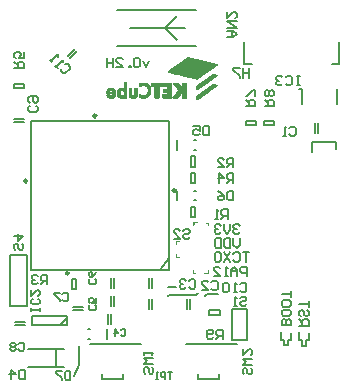
<source format=gbo>
G04*
G04 #@! TF.GenerationSoftware,Altium Limited,Altium Designer,20.2.6 (244)*
G04*
G04 Layer_Color=32896*
%FSLAX25Y25*%
%MOIN*%
G70*
G04*
G04 #@! TF.SameCoordinates,A3B400B8-C857-4583-85C6-9FA4B9C7ABCD*
G04*
G04*
G04 #@! TF.FilePolarity,Positive*
G04*
G01*
G75*
%ADD10C,0.00787*%
%ADD11C,0.00591*%
%ADD12C,0.00800*%
%ADD13C,0.00100*%
%ADD14C,0.00709*%
%ADD98C,0.00984*%
%ADD99C,0.00500*%
%ADD100C,0.00394*%
%ADD101C,0.00630*%
%ADD102C,0.00669*%
D10*
X43744Y1193D02*
Y2693D01*
X50744Y1193D02*
Y2693D01*
X43744Y1193D02*
X50744D01*
X39744Y12693D02*
X56744D01*
X76028Y1193D02*
Y2693D01*
X83028Y1193D02*
Y2693D01*
X76028Y1193D02*
X83028D01*
X72028Y12693D02*
X89028D01*
X109448Y97776D02*
X110542Y97776D01*
X110542Y97776D01*
X122353Y92776D02*
Y97776D01*
X110542Y92776D02*
Y97776D01*
X68799Y60630D02*
Y63779D01*
X74409Y60630D02*
X75197D01*
X74409Y63779D02*
X75197D01*
X45544Y14460D02*
Y17609D01*
X39146Y17609D02*
X39934D01*
X39146Y14460D02*
X39934D01*
X64961Y118012D02*
X71555D01*
X64961D02*
X68898Y114075D01*
X64961Y118012D02*
X64961D01*
X64961D02*
X68898Y121949D01*
X53248Y118012D02*
X64961D01*
X48917Y112008D02*
X75317D01*
X48720Y124114D02*
X75317Y124114D01*
X65728Y31702D02*
X68452D01*
X65728Y28800D02*
X66187Y29259D01*
X75328D01*
X75990Y29921D01*
X76028D01*
X78228Y28800D02*
X78956Y29528D01*
X82677D01*
X74409Y80709D02*
X75197D01*
X74409Y77559D02*
X75197D01*
X68799Y77559D02*
Y80709D01*
X89764Y48030D02*
Y45931D01*
X88714Y44882D01*
X87665Y45931D01*
Y48030D01*
X86615D02*
Y44882D01*
X85041D01*
X84516Y45407D01*
Y47506D01*
X85041Y48030D01*
X86615D01*
X83467D02*
Y44882D01*
X81892D01*
X81367Y45407D01*
Y47506D01*
X81892Y48030D01*
X83467D01*
X60436Y5002D02*
X60961Y4477D01*
Y3428D01*
X60436Y2903D01*
X59911D01*
X59386Y3428D01*
Y4477D01*
X58862Y5002D01*
X58337D01*
X57812Y4477D01*
Y3428D01*
X58337Y2903D01*
X60961Y6052D02*
X57812D01*
X58862Y7101D01*
X57812Y8151D01*
X60961D01*
X57812Y9200D02*
Y10250D01*
Y9725D01*
X60961D01*
X60436Y9200D01*
X92928Y104706D02*
Y101557D01*
Y103132D01*
X90829D01*
Y104706D01*
Y101557D01*
X89779Y104706D02*
X87680D01*
Y104181D01*
X89779Y102082D01*
Y101557D01*
X59663Y107130D02*
X58613Y105031D01*
X57564Y107130D01*
X56514Y107655D02*
X55989Y108179D01*
X54940D01*
X54415Y107655D01*
Y105555D01*
X54940Y105031D01*
X55989D01*
X56514Y105555D01*
Y107655D01*
X53365Y105031D02*
Y105555D01*
X52841D01*
Y105031D01*
X53365D01*
X48643D02*
X50742D01*
X48643Y107130D01*
Y107655D01*
X49167Y108179D01*
X50217D01*
X50742Y107655D01*
X47593Y108179D02*
Y105031D01*
Y106605D01*
X45494D01*
Y108179D01*
Y105031D01*
X18269Y4224D02*
Y1075D01*
X16694D01*
X16170Y1600D01*
Y3699D01*
X16694Y4224D01*
X18269D01*
X13546Y1075D02*
Y4224D01*
X15120Y2650D01*
X13021D01*
X92913Y43306D02*
X90814D01*
X91864D01*
Y40157D01*
X87666Y42781D02*
X88191Y43306D01*
X89240D01*
X89765Y42781D01*
Y40682D01*
X89240Y40157D01*
X88191D01*
X87666Y40682D01*
X86616Y43306D02*
X84517Y40157D01*
Y43306D02*
X86616Y40157D01*
X81893Y43306D02*
X82943D01*
X83468Y42781D01*
Y40682D01*
X82943Y40157D01*
X81893D01*
X81369Y40682D01*
Y42781D01*
X81893Y43306D01*
X92126Y35433D02*
Y38582D01*
X90552D01*
X90027Y38057D01*
Y37007D01*
X90552Y36483D01*
X92126D01*
X88977Y35433D02*
Y37532D01*
X87928Y38582D01*
X86878Y37532D01*
Y35433D01*
Y37007D01*
X88977D01*
X85829Y35433D02*
X84779D01*
X85304D01*
Y38582D01*
X85829Y38057D01*
X81106Y35433D02*
X83205D01*
X81106Y37532D01*
Y38057D01*
X81631Y38582D01*
X82680D01*
X83205Y38057D01*
X89764Y52230D02*
X89239Y52755D01*
X88190D01*
X87665Y52230D01*
Y51705D01*
X88190Y51181D01*
X88714D01*
X88190D01*
X87665Y50656D01*
Y50131D01*
X88190Y49606D01*
X89239D01*
X89764Y50131D01*
X86615Y52755D02*
Y50656D01*
X85566Y49606D01*
X84516Y50656D01*
Y52755D01*
X83467Y52230D02*
X82942Y52755D01*
X81892D01*
X81367Y52230D01*
Y51705D01*
X81892Y51181D01*
X82417D01*
X81892D01*
X81367Y50656D01*
Y50131D01*
X81892Y49606D01*
X82942D01*
X83467Y50131D01*
X93372Y4790D02*
X93897Y4265D01*
Y3215D01*
X93372Y2691D01*
X92848D01*
X92323Y3215D01*
Y4265D01*
X91798Y4790D01*
X91273D01*
X90749Y4265D01*
Y3215D01*
X91273Y2691D01*
X93897Y5839D02*
X90749D01*
X91798Y6889D01*
X90749Y7938D01*
X93897D01*
X90749Y11087D02*
Y8988D01*
X92848Y11087D01*
X93372D01*
X93897Y10562D01*
Y9513D01*
X93372Y8988D01*
X31659Y105957D02*
X32401D01*
X33143Y105215D01*
X33143Y104473D01*
X31659Y102989D01*
X30917D01*
X30175Y103731D01*
X30175Y104473D01*
X29062Y104844D02*
X28320Y105586D01*
X28691Y105215D01*
X30917Y107441D01*
X30917Y106699D01*
X27207D02*
X26464Y107441D01*
X26835Y107070D01*
X29062Y109297D01*
X29062Y108555D01*
X85564Y115041D02*
X87663D01*
X88712Y116091D01*
X87663Y117140D01*
X85564D01*
X87138D01*
Y115041D01*
X85564Y118190D02*
X88712D01*
X85564Y120289D01*
X88712D01*
X85564Y123437D02*
Y121338D01*
X87663Y123437D01*
X88187D01*
X88712Y122913D01*
Y121863D01*
X88187Y121338D01*
X70932Y50546D02*
X71457Y51071D01*
X72507D01*
X73032Y50546D01*
Y50021D01*
X72507Y49496D01*
X71457D01*
X70932Y48972D01*
Y48447D01*
X71457Y47922D01*
X72507D01*
X73032Y48447D01*
X67784Y47922D02*
X69883D01*
X67784Y50021D01*
Y50546D01*
X68309Y51071D01*
X69358D01*
X69883Y50546D01*
X14687Y104797D02*
X17835D01*
Y106372D01*
X17311Y106896D01*
X16261D01*
X15736Y106372D01*
Y104797D01*
Y105847D02*
X14687Y106896D01*
X17835Y110045D02*
Y107946D01*
X16261D01*
X16786Y108995D01*
Y109520D01*
X16261Y110045D01*
X15212D01*
X14687Y109520D01*
Y108471D01*
X15212Y107946D01*
X87614Y63778D02*
Y60630D01*
X86040D01*
X85515Y61155D01*
Y63253D01*
X86040Y63778D01*
X87614D01*
X82367D02*
X83416Y63253D01*
X84466Y62204D01*
Y61155D01*
X83941Y60630D01*
X82891D01*
X82367Y61155D01*
Y61679D01*
X82891Y62204D01*
X84466D01*
X79528Y85432D02*
Y82284D01*
X77953D01*
X77429Y82808D01*
Y84907D01*
X77953Y85432D01*
X79528D01*
X74280D02*
X76379D01*
Y83858D01*
X75329Y84382D01*
X74805D01*
X74280Y83858D01*
Y82808D01*
X74805Y82284D01*
X75854D01*
X76379Y82808D01*
X89855Y32690D02*
X90380Y33215D01*
X91430D01*
X91954Y32690D01*
Y30591D01*
X91430Y30066D01*
X90380D01*
X89855Y30591D01*
X88806Y30066D02*
X87756D01*
X88281D01*
Y33215D01*
X88806Y32690D01*
X86182D02*
X85657Y33215D01*
X84608D01*
X84083Y32690D01*
Y30591D01*
X84608Y30066D01*
X85657D01*
X86182Y30591D01*
Y32690D01*
X21915Y92197D02*
X22440Y91672D01*
Y90623D01*
X21915Y90098D01*
X19816D01*
X19291Y90623D01*
Y91672D01*
X19816Y92197D01*
Y93246D02*
X19291Y93771D01*
Y94821D01*
X19816Y95345D01*
X21915D01*
X22440Y94821D01*
Y93771D01*
X21915Y93246D01*
X21390D01*
X20866Y93771D01*
Y95345D01*
X17066Y46194D02*
X17590Y45669D01*
Y44619D01*
X17066Y44094D01*
X16541D01*
X16016Y44619D01*
Y45669D01*
X15491Y46194D01*
X14966D01*
X14442Y45669D01*
Y44619D01*
X14966Y44094D01*
X14442Y48817D02*
X17590D01*
X16016Y47243D01*
Y49342D01*
X84067Y14432D02*
Y17580D01*
X82493D01*
X81968Y17056D01*
Y16006D01*
X82493Y15481D01*
X84067D01*
X83018D02*
X81968Y14432D01*
X80919Y14956D02*
X80394Y14432D01*
X79345D01*
X78820Y14956D01*
Y17056D01*
X79345Y17580D01*
X80394D01*
X80919Y17056D01*
Y16531D01*
X80394Y16006D01*
X78820D01*
X106345Y84708D02*
X106870Y85233D01*
X107920D01*
X108444Y84708D01*
Y82609D01*
X107920Y82084D01*
X106870D01*
X106345Y82609D01*
X105296Y82084D02*
X104246D01*
X104771D01*
Y85233D01*
X105296Y84708D01*
X87614Y66479D02*
Y69628D01*
X86040D01*
X85515Y69103D01*
Y68053D01*
X86040Y67529D01*
X87614D01*
X86565D02*
X85515Y66479D01*
X82891D02*
Y69628D01*
X84466Y68053D01*
X82367D01*
X87614Y71622D02*
Y74771D01*
X86040D01*
X85515Y74246D01*
Y73197D01*
X86040Y72672D01*
X87614D01*
X86565D02*
X85515Y71622D01*
X82367D02*
X84466D01*
X82367Y73721D01*
Y74246D01*
X82891Y74771D01*
X83941D01*
X84466Y74246D01*
X85728Y54508D02*
Y57657D01*
X84154D01*
X83629Y57132D01*
Y56082D01*
X84154Y55557D01*
X85728D01*
X84679D02*
X83629Y54508D01*
X82580D02*
X81530D01*
X82055D01*
Y57657D01*
X82580Y57132D01*
X72862Y33807D02*
X73387Y34332D01*
X74437D01*
X74961Y33807D01*
Y31708D01*
X74437Y31183D01*
X73387D01*
X72862Y31708D01*
X71813Y33807D02*
X71288Y34332D01*
X70239D01*
X69714Y33807D01*
Y33283D01*
X70239Y32758D01*
X70763D01*
X70239D01*
X69714Y32233D01*
Y31708D01*
X70239Y31183D01*
X71288D01*
X71813Y31708D01*
X80283Y33332D02*
X80808Y33857D01*
X81857D01*
X82382Y33332D01*
Y31233D01*
X81857Y30709D01*
X80808D01*
X80283Y31233D01*
X77134Y30709D02*
X79233D01*
X77134Y32808D01*
Y33332D01*
X77659Y33857D01*
X78708D01*
X79233Y33332D01*
X30678Y29422D02*
X31137Y29881D01*
X32056D01*
X32515Y29422D01*
Y27585D01*
X32056Y27126D01*
X31137D01*
X30678Y27585D01*
X29760Y29881D02*
X27923D01*
Y29422D01*
X29760Y27585D01*
Y27126D01*
X25670Y32677D02*
Y35826D01*
X24095D01*
X23571Y35301D01*
Y34251D01*
X24095Y33727D01*
X25670D01*
X24620D02*
X23571Y32677D01*
X22521Y35301D02*
X21996Y35826D01*
X20947D01*
X20422Y35301D01*
Y34776D01*
X20947Y34251D01*
X21471D01*
X20947D01*
X20422Y33727D01*
Y33202D01*
X20947Y32677D01*
X21996D01*
X22521Y33202D01*
X98032Y92126D02*
X101180D01*
Y93700D01*
X100655Y94225D01*
X99606D01*
X99081Y93700D01*
Y92126D01*
Y93176D02*
X98032Y94225D01*
X100655Y95275D02*
X101180Y95799D01*
Y96849D01*
X100655Y97374D01*
X100131D01*
X99606Y96849D01*
X99081Y97374D01*
X98556D01*
X98032Y96849D01*
Y95799D01*
X98556Y95275D01*
X99081D01*
X99606Y95799D01*
X100131Y95275D01*
X100655D01*
X99606Y95799D02*
Y96849D01*
X91732Y92126D02*
X94881D01*
Y93700D01*
X94356Y94225D01*
X93307D01*
X92782Y93700D01*
Y92126D01*
Y93176D02*
X91732Y94225D01*
X94881Y95275D02*
Y97374D01*
X94356D01*
X92257Y95275D01*
X91732D01*
X89918Y28080D02*
X90443Y28605D01*
X91492D01*
X92017Y28080D01*
Y27555D01*
X91492Y27031D01*
X90443D01*
X89918Y26506D01*
Y25981D01*
X90443Y25456D01*
X91492D01*
X92017Y25981D01*
X88869Y25456D02*
X87819D01*
X88344D01*
Y28605D01*
X88869Y28080D01*
X109796Y102179D02*
X108746D01*
X109271D01*
Y99031D01*
X109796D01*
X108746D01*
X105073Y101655D02*
X105598Y102179D01*
X106647D01*
X107172Y101655D01*
Y99555D01*
X106647Y99031D01*
X105598D01*
X105073Y99555D01*
X104024Y101655D02*
X103499Y102179D01*
X102449D01*
X101925Y101655D01*
Y101130D01*
X102449Y100605D01*
X102974D01*
X102449D01*
X101925Y100080D01*
Y99555D01*
X102449Y99031D01*
X103499D01*
X104024Y99555D01*
D11*
X87361Y13961D02*
X92161D01*
Y24362D01*
X87361D02*
X92161D01*
X87361Y13961D02*
Y24362D01*
X20142Y37578D02*
Y87185D01*
X66205D01*
Y37578D02*
Y87185D01*
X20142Y37578D02*
X66205D01*
X63055D02*
X66205Y41417D01*
X13353Y42454D02*
X18865D01*
Y25494D02*
Y42454D01*
X13353Y25494D02*
Y42454D01*
Y25494D02*
X18865D01*
X41431Y34431D02*
X41825Y34038D01*
Y33250D01*
X41431Y32857D01*
X39857D01*
X39463Y33250D01*
Y34038D01*
X39857Y34431D01*
X41825Y36792D02*
X41431Y36005D01*
X40644Y35218D01*
X39857D01*
X39463Y35612D01*
Y36399D01*
X39857Y36792D01*
X40250D01*
X40644Y36399D01*
Y35218D01*
X41441Y25687D02*
X41834Y25293D01*
Y24506D01*
X41441Y24113D01*
X39867D01*
X39473Y24506D01*
Y25293D01*
X39867Y25687D01*
X41834Y28048D02*
Y26474D01*
X40654D01*
X41047Y27261D01*
Y27655D01*
X40654Y28048D01*
X39867D01*
X39473Y27655D01*
Y26868D01*
X39867Y26474D01*
X50080Y17369D02*
X50474Y17762D01*
X51261D01*
X51654Y17369D01*
Y15794D01*
X51261Y15401D01*
X50474D01*
X50080Y15794D01*
X48112Y15401D02*
Y17762D01*
X49293Y16581D01*
X47719D01*
D12*
X28597Y5079D02*
Y11079D01*
X19197D02*
X31197D01*
X19197Y5079D02*
X31197D01*
X14442Y86630D02*
X17842D01*
X14442Y87630D02*
X17842D01*
X32116Y19231D02*
Y22231D01*
X20416D02*
X32116D01*
X20416Y19231D02*
Y22231D01*
Y19231D02*
X32116D01*
X29816D02*
X30016D01*
X32116Y21331D01*
X14800Y19000D02*
X18200D01*
X14800Y20000D02*
X18200D01*
X48000Y31426D02*
Y34826D01*
X47000Y31426D02*
Y34826D01*
X17842Y98119D02*
Y99519D01*
X14442D02*
X17842D01*
X14442Y98119D02*
Y99519D01*
Y98119D02*
X17842D01*
X32444Y108738D02*
X34848Y111142D01*
X33152Y108030D02*
X35556Y110434D01*
X72335Y24474D02*
Y27874D01*
X73335Y24474D02*
Y27874D01*
X79670Y22597D02*
Y23997D01*
Y22597D02*
X83070D01*
Y23997D01*
X79670D02*
X83070D01*
X46000Y19426D02*
Y22826D01*
X47000Y19426D02*
Y22826D01*
X60552Y24474D02*
Y27874D01*
X59552Y24474D02*
Y27874D01*
X91800Y85800D02*
X95200D01*
X91800D02*
Y87200D01*
X95200Y85800D02*
Y87200D01*
X91800D02*
X95200D01*
X97800Y85800D02*
X101200D01*
X97800D02*
Y87200D01*
X101200Y85800D02*
Y87200D01*
X97800D02*
X101200D01*
X33796Y31183D02*
Y34583D01*
X35196D01*
Y31183D02*
Y34583D01*
X33796Y31183D02*
X35196D01*
X34179Y25125D02*
X37579D01*
X34179Y24125D02*
X37579D01*
X60552Y31426D02*
Y34826D01*
X59552Y31426D02*
Y34826D01*
X47000Y25426D02*
Y28826D01*
X48000Y25426D02*
Y28826D01*
X74873Y54993D02*
Y58393D01*
X73473Y54993D02*
X74873D01*
X73473D02*
Y58393D01*
X74873D01*
X73414Y71922D02*
Y75322D01*
X74814D01*
Y71922D02*
Y75322D01*
X73414Y71922D02*
X74814D01*
X73414Y66279D02*
Y69679D01*
X74814D01*
Y66279D02*
Y69679D01*
X73414Y66279D02*
X74814D01*
X116000Y83000D02*
Y86400D01*
X115000Y83000D02*
Y86400D01*
D13*
X72228Y108331D02*
X73028D01*
X72128Y108231D02*
X73328D01*
X72028Y108131D02*
X73628D01*
X71828Y108031D02*
X74228D01*
X71728Y107931D02*
X74528D01*
X71528Y107831D02*
X75128D01*
X71428Y107731D02*
X75528D01*
X71328Y107631D02*
X75728D01*
X71128Y107531D02*
X76328D01*
X71028Y107431D02*
X76728D01*
X70828Y107331D02*
X77228D01*
X70728Y107231D02*
X77628D01*
X70528Y107131D02*
X77928D01*
X70428Y107031D02*
X78428D01*
X70228Y106931D02*
X78828D01*
X70228Y106831D02*
X79128D01*
X70028Y106731D02*
X79728D01*
X69828Y106631D02*
X80028D01*
X69728Y106531D02*
X80528D01*
X69528Y106431D02*
X80928D01*
X69428Y106331D02*
X81228D01*
X69228Y106231D02*
X81828D01*
X69228Y106131D02*
X82128D01*
X69028Y106031D02*
X82128D01*
X68928Y105931D02*
X82128D01*
X68728Y105831D02*
X82028D01*
X68628Y105731D02*
X81828D01*
X68428Y105631D02*
X81628D01*
X68328Y105531D02*
X81528D01*
X68128Y105431D02*
X81428D01*
X68028Y105331D02*
X81328D01*
X67928Y105231D02*
X81128D01*
X67728Y105131D02*
X81028D01*
X67628Y105031D02*
X80828D01*
X67428Y104931D02*
X80728D01*
X67328Y104831D02*
X80528D01*
X67228Y104731D02*
X80428D01*
X67028Y104631D02*
X80228D01*
X66928Y104531D02*
X80128D01*
X66828Y104431D02*
X80028D01*
X66628Y104331D02*
X79828D01*
X66528Y104231D02*
X79728D01*
X66328Y104131D02*
X79528D01*
X66228Y104031D02*
X79428D01*
X66128Y103931D02*
X79328D01*
X65928Y103831D02*
X79128D01*
X65828Y103731D02*
X79028D01*
X65728Y103631D02*
X78828D01*
X65728Y103531D02*
X78728D01*
X65928Y103431D02*
X78628D01*
X66428Y103331D02*
X78428D01*
X66828Y103231D02*
X78328D01*
X67228Y103131D02*
X78228D01*
X67628Y103031D02*
X78028D01*
X68028Y102931D02*
X77928D01*
X80828Y102831D02*
X81028D01*
X68528D02*
X77728D01*
X80628Y102731D02*
X81328D01*
X68928D02*
X77628D01*
X80528Y102631D02*
X81628D01*
X69328D02*
X77528D01*
X80328Y102531D02*
X82128D01*
X69728D02*
X77328D01*
X80228Y102431D02*
X82128D01*
X70128D02*
X77228D01*
X80128Y102331D02*
X82128D01*
X70628D02*
X77028D01*
X80028Y102231D02*
X81928D01*
X71028D02*
X76928D01*
X79828Y102131D02*
X81828D01*
X71428D02*
X76828D01*
X79628Y102031D02*
X81628D01*
X71828D02*
X76628D01*
X79528Y101931D02*
X81528D01*
X72228D02*
X76528D01*
X79428Y101831D02*
X81428D01*
X72628D02*
X76428D01*
X79228Y101731D02*
X81228D01*
X73128D02*
X76228D01*
X79128Y101631D02*
X81128D01*
X73528D02*
X76128D01*
X79028Y101531D02*
X80928D01*
X73928D02*
X75928D01*
X78828Y101431D02*
X80828D01*
X74328D02*
X75828D01*
X78728Y101331D02*
X80728D01*
X74728D02*
X75728D01*
X78528Y101231D02*
X80528D01*
X75228D02*
X75528D01*
X78428Y101131D02*
X80428D01*
X78328Y101031D02*
X80328D01*
X78128Y100931D02*
X80128D01*
X78028Y100831D02*
X80028D01*
X77828Y100731D02*
X79828D01*
X77728Y100631D02*
X79728D01*
X77628Y100531D02*
X79628D01*
X77428Y100431D02*
X79428D01*
X77328Y100331D02*
X79328D01*
X77228Y100231D02*
X79228D01*
X51228D02*
X52028D01*
X77028Y100131D02*
X79028D01*
X51228D02*
X52028D01*
X76928Y100031D02*
X78928D01*
X51228D02*
X52028D01*
X76728Y99931D02*
X78728D01*
X56928D02*
X58028D01*
X51228D02*
X52028D01*
X76628Y99831D02*
X78628D01*
X70528D02*
X71928D01*
X67528D02*
X69228D01*
X64028D02*
X66928D01*
X60228D02*
X63728D01*
X56628D02*
X58328D01*
X51228D02*
X52028D01*
X76528Y99731D02*
X78528D01*
X70528D02*
X71928D01*
X67528D02*
X69228D01*
X64028D02*
X66928D01*
X60228D02*
X63728D01*
X56428D02*
X58528D01*
X51228D02*
X52028D01*
X76328Y99631D02*
X78328D01*
X70528D02*
X71928D01*
X67628D02*
X69328D01*
X64028D02*
X66928D01*
X60228D02*
X63728D01*
X56128D02*
X58828D01*
X51228D02*
X52028D01*
X76228Y99531D02*
X78228D01*
X70528D02*
X71928D01*
X67628D02*
X69428D01*
X64028D02*
X66928D01*
X60228D02*
X63728D01*
X56128D02*
X58928D01*
X51228D02*
X52028D01*
X80828Y99431D02*
X81028D01*
X76028D02*
X78028D01*
X70528D02*
X71928D01*
X67728D02*
X69428D01*
X64028D02*
X66928D01*
X60228D02*
X63728D01*
X56128D02*
X59028D01*
X51228D02*
X52028D01*
X80528Y99331D02*
X81528D01*
X75828D02*
X77928D01*
X70528D02*
X71928D01*
X67828D02*
X69628D01*
X64028D02*
X66928D01*
X60228D02*
X63728D01*
X56128D02*
X59128D01*
X51228D02*
X52028D01*
X80528Y99231D02*
X81828D01*
X75828D02*
X77828D01*
X70528D02*
X71928D01*
X67928D02*
X69628D01*
X64028D02*
X66928D01*
X60228D02*
X63728D01*
X56128D02*
X59228D01*
X51228D02*
X52028D01*
X80328Y99131D02*
X82128D01*
X75528D02*
X77628D01*
X70528D02*
X71928D01*
X68028D02*
X69728D01*
X64028D02*
X66928D01*
X60228D02*
X63728D01*
X56128D02*
X59428D01*
X51228D02*
X52028D01*
X80228Y99031D02*
X82128D01*
X75528D02*
X77528D01*
X70528D02*
X71928D01*
X68128D02*
X69828D01*
X64028D02*
X66928D01*
X60228D02*
X63728D01*
X57928D02*
X59428D01*
X56128D02*
X57028D01*
X51228D02*
X52028D01*
X80028Y98931D02*
X82028D01*
X75328D02*
X77328D01*
X70528D02*
X71928D01*
X68128D02*
X69928D01*
X64028D02*
X66928D01*
X60228D02*
X63728D01*
X58228D02*
X59528D01*
X56128D02*
X56828D01*
X51228D02*
X52028D01*
X79928Y98831D02*
X81828D01*
X75328D02*
X77228D01*
X70528D02*
X71928D01*
X68228D02*
X69928D01*
X64028D02*
X66928D01*
X60228D02*
X63728D01*
X58428D02*
X59628D01*
X56128D02*
X56528D01*
X51228D02*
X52028D01*
X79728Y98731D02*
X81828D01*
X75328D02*
X77128D01*
X70528D02*
X71928D01*
X68328D02*
X70028D01*
X64028D02*
X66928D01*
X60228D02*
X63728D01*
X58528D02*
X59728D01*
X56128D02*
X56428D01*
X51228D02*
X52028D01*
X79628Y98631D02*
X81628D01*
X75328D02*
X76928D01*
X70528D02*
X71928D01*
X68428D02*
X70128D01*
X65528D02*
X66928D01*
X61328D02*
X62728D01*
X58628D02*
X59728D01*
X51228D02*
X52028D01*
X79528Y98531D02*
X81428D01*
X75328D02*
X76828D01*
X70528D02*
X71928D01*
X68528D02*
X70228D01*
X65528D02*
X66928D01*
X61328D02*
X62728D01*
X58728D02*
X59828D01*
X51228D02*
X52028D01*
X79328Y98431D02*
X81328D01*
X75328D02*
X76628D01*
X70528D02*
X71928D01*
X68628D02*
X70228D01*
X65528D02*
X66928D01*
X61328D02*
X62728D01*
X58828D02*
X59828D01*
X51228D02*
X52028D01*
X79228Y98331D02*
X81128D01*
X75328D02*
X76528D01*
X70528D02*
X71928D01*
X68628D02*
X70328D01*
X65528D02*
X66928D01*
X61328D02*
X62728D01*
X58928D02*
X59928D01*
X51228D02*
X52028D01*
X79028Y98231D02*
X81028D01*
X75328D02*
X76328D01*
X70528D02*
X71928D01*
X68728D02*
X70428D01*
X65528D02*
X66928D01*
X61328D02*
X62728D01*
X58928D02*
X59928D01*
X51228D02*
X52028D01*
X78928Y98131D02*
X80928D01*
X75328D02*
X76228D01*
X68828D02*
X71928D01*
X65528D02*
X66928D01*
X61328D02*
X62728D01*
X59028D02*
X59928D01*
X51228D02*
X52028D01*
X50028D02*
X50528D01*
X46528D02*
X47028D01*
X78728Y98031D02*
X80728D01*
X75328D02*
X76028D01*
X68928D02*
X71928D01*
X65528D02*
X66928D01*
X61328D02*
X62728D01*
X59028D02*
X59928D01*
X54628D02*
X55528D01*
X52728D02*
X53628D01*
X51228D02*
X52028D01*
X49628D02*
X50928D01*
X46028D02*
X47528D01*
X78728Y97931D02*
X80628D01*
X75328D02*
X76028D01*
X68928D02*
X71928D01*
X64128D02*
X66928D01*
X61328D02*
X62728D01*
X59128D02*
X59928D01*
X54628D02*
X55528D01*
X52728D02*
X53628D01*
X51228D02*
X52028D01*
X49428D02*
X51028D01*
X45928D02*
X47728D01*
X78428Y97831D02*
X80528D01*
X75328D02*
X75828D01*
X69128D02*
X71928D01*
X64128D02*
X66928D01*
X61328D02*
X62728D01*
X59128D02*
X60028D01*
X54628D02*
X55528D01*
X52728D02*
X53628D01*
X49328D02*
X52028D01*
X45728D02*
X47828D01*
X78328Y97731D02*
X80328D01*
X75328D02*
X75628D01*
X69228D02*
X71928D01*
X64128D02*
X66928D01*
X61328D02*
X62728D01*
X59128D02*
X60028D01*
X54628D02*
X55528D01*
X52728D02*
X53628D01*
X49228D02*
X52028D01*
X45728D02*
X47928D01*
X78228Y97631D02*
X80228D01*
X75328D02*
X75528D01*
X69228D02*
X71928D01*
X64128D02*
X66928D01*
X61328D02*
X62728D01*
X59128D02*
X60028D01*
X54628D02*
X55528D01*
X52728D02*
X53628D01*
X49128D02*
X52028D01*
X45628D02*
X48028D01*
X78028Y97531D02*
X80028D01*
X69328D02*
X71928D01*
X64128D02*
X66928D01*
X61328D02*
X62728D01*
X59128D02*
X60028D01*
X54628D02*
X55528D01*
X52728D02*
X53628D01*
X49028D02*
X52028D01*
X45528D02*
X48128D01*
X77928Y97431D02*
X79928D01*
X69228D02*
X71928D01*
X64128D02*
X66928D01*
X61328D02*
X62728D01*
X59128D02*
X60028D01*
X54628D02*
X55528D01*
X52728D02*
X53628D01*
X49028D02*
X52028D01*
X45428D02*
X48128D01*
X77828Y97331D02*
X79828D01*
X69228D02*
X71928D01*
X64128D02*
X66928D01*
X61328D02*
X62728D01*
X59128D02*
X60028D01*
X54628D02*
X55528D01*
X52728D02*
X53628D01*
X50628D02*
X52028D01*
X48928D02*
X50228D01*
X47028D02*
X48228D01*
X45428D02*
X46628D01*
X77628Y97231D02*
X79628D01*
X69128D02*
X71928D01*
X64128D02*
X66928D01*
X61328D02*
X62728D01*
X59128D02*
X60028D01*
X54628D02*
X55528D01*
X52728D02*
X53628D01*
X50928D02*
X52028D01*
X48928D02*
X50028D01*
X47228D02*
X48228D01*
X45428D02*
X46328D01*
X77528Y97131D02*
X79528D01*
X69028D02*
X71928D01*
X64128D02*
X66928D01*
X61328D02*
X62728D01*
X59128D02*
X60028D01*
X54628D02*
X55528D01*
X52728D02*
X53628D01*
X51028D02*
X52028D01*
X48928D02*
X49928D01*
X47328D02*
X48228D01*
X45428D02*
X46228D01*
X77328Y97031D02*
X79328D01*
X68928D02*
X71928D01*
X64128D02*
X66928D01*
X61328D02*
X62728D01*
X59128D02*
X60028D01*
X54628D02*
X55528D01*
X52728D02*
X53628D01*
X51028D02*
X52028D01*
X48928D02*
X49828D01*
X47328D02*
X48328D01*
X45328D02*
X46228D01*
X77228Y96931D02*
X79228D01*
X68928D02*
X71928D01*
X64128D02*
X66928D01*
X61328D02*
X62728D01*
X59128D02*
X60028D01*
X54628D02*
X55528D01*
X52728D02*
X53628D01*
X51128D02*
X52028D01*
X48828D02*
X49728D01*
X45328D02*
X48328D01*
X77128Y96831D02*
X79128D01*
X68828D02*
X71928D01*
X64128D02*
X66928D01*
X61328D02*
X62728D01*
X59128D02*
X59928D01*
X54628D02*
X55528D01*
X52728D02*
X53628D01*
X51128D02*
X52028D01*
X48828D02*
X49728D01*
X45328D02*
X48328D01*
X76928Y96731D02*
X78928D01*
X68728D02*
X71928D01*
X65528D02*
X66928D01*
X61328D02*
X62728D01*
X59028D02*
X59928D01*
X54628D02*
X55528D01*
X52728D02*
X53628D01*
X51228D02*
X52028D01*
X48828D02*
X49728D01*
X45328D02*
X48328D01*
X76828Y96631D02*
X78828D01*
X70528D02*
X71928D01*
X68628D02*
X70428D01*
X65528D02*
X66928D01*
X61328D02*
X62728D01*
X59028D02*
X59928D01*
X54628D02*
X55528D01*
X52728D02*
X53628D01*
X51228D02*
X52028D01*
X48828D02*
X49728D01*
X45328D02*
X48328D01*
X76728Y96531D02*
X78728D01*
X70528D02*
X71928D01*
X68528D02*
X70328D01*
X65528D02*
X66928D01*
X61328D02*
X62728D01*
X58928D02*
X59928D01*
X54628D02*
X55528D01*
X52728D02*
X53628D01*
X51228D02*
X52028D01*
X48828D02*
X49728D01*
X45328D02*
X48328D01*
X76528Y96431D02*
X78528D01*
X70528D02*
X71928D01*
X68428D02*
X70228D01*
X65528D02*
X66928D01*
X61328D02*
X62728D01*
X58928D02*
X59928D01*
X54628D02*
X55528D01*
X52728D02*
X53628D01*
X51228D02*
X52028D01*
X48828D02*
X49728D01*
X45328D02*
X48328D01*
X76428Y96331D02*
X78428D01*
X70528D02*
X71928D01*
X68428D02*
X70228D01*
X65528D02*
X66928D01*
X61328D02*
X62728D01*
X58828D02*
X59828D01*
X54628D02*
X55528D01*
X52728D02*
X53628D01*
X51228D02*
X52028D01*
X48828D02*
X49728D01*
X45328D02*
X48328D01*
X76228Y96231D02*
X78228D01*
X70528D02*
X71928D01*
X68328D02*
X70028D01*
X65528D02*
X66928D01*
X61328D02*
X62728D01*
X58728D02*
X59828D01*
X54628D02*
X55528D01*
X52728D02*
X53628D01*
X51228D02*
X52028D01*
X48828D02*
X49728D01*
X47428D02*
X48328D01*
X76128Y96131D02*
X78128D01*
X70528D02*
X71928D01*
X68228D02*
X70028D01*
X65528D02*
X66928D01*
X61328D02*
X62728D01*
X58628D02*
X59728D01*
X56128D02*
X56328D01*
X54628D02*
X55528D01*
X52728D02*
X53628D01*
X51128D02*
X52028D01*
X48828D02*
X49728D01*
X47428D02*
X48328D01*
X45728D02*
X46028D01*
X76028Y96031D02*
X78028D01*
X70528D02*
X71928D01*
X68128D02*
X69928D01*
X64028D02*
X66928D01*
X61328D02*
X62728D01*
X58528D02*
X59728D01*
X56128D02*
X56428D01*
X54628D02*
X55528D01*
X52828D02*
X53628D01*
X51128D02*
X52028D01*
X48828D02*
X49728D01*
X47328D02*
X48328D01*
X45628D02*
X46128D01*
X75828Y95931D02*
X77828D01*
X70528D02*
X71928D01*
X68028D02*
X69828D01*
X64028D02*
X66928D01*
X61328D02*
X62728D01*
X58428D02*
X59628D01*
X56128D02*
X56628D01*
X54628D02*
X55528D01*
X52828D02*
X53628D01*
X51028D02*
X52028D01*
X48928D02*
X49828D01*
X47328D02*
X48328D01*
X45428D02*
X46228D01*
X75728Y95831D02*
X77728D01*
X70528D02*
X71928D01*
X67928D02*
X69728D01*
X64028D02*
X66928D01*
X61328D02*
X62728D01*
X58228D02*
X59528D01*
X56128D02*
X56828D01*
X54528D02*
X55528D01*
X52828D02*
X53728D01*
X51028D02*
X52028D01*
X48928D02*
X49928D01*
X47328D02*
X48228D01*
X45228D02*
X46228D01*
X75528Y95731D02*
X77528D01*
X70528D02*
X71928D01*
X67928D02*
X69728D01*
X64028D02*
X66928D01*
X61328D02*
X62728D01*
X57928D02*
X59428D01*
X56128D02*
X57028D01*
X54428D02*
X55428D01*
X52828D02*
X53728D01*
X50828D02*
X52028D01*
X48928D02*
X50028D01*
X47128D02*
X48228D01*
X45228D02*
X46328D01*
X75428Y95631D02*
X77428D01*
X70528D02*
X71928D01*
X67828D02*
X69628D01*
X64028D02*
X66928D01*
X61328D02*
X62728D01*
X56128D02*
X59428D01*
X54228D02*
X55428D01*
X52828D02*
X54028D01*
X50528D02*
X52028D01*
X48928D02*
X50328D01*
X46928D02*
X48128D01*
X45328D02*
X46628D01*
X75328Y95531D02*
X77328D01*
X70528D02*
X71928D01*
X67728D02*
X69528D01*
X64028D02*
X66928D01*
X61328D02*
X62728D01*
X56128D02*
X59328D01*
X52828D02*
X55428D01*
X49028D02*
X52028D01*
X45428D02*
X48128D01*
X75328Y95431D02*
X77128D01*
X70528D02*
X71928D01*
X67628D02*
X69428D01*
X64028D02*
X66928D01*
X61328D02*
X62728D01*
X56128D02*
X59128D01*
X52928D02*
X55328D01*
X49128D02*
X52028D01*
X45428D02*
X48028D01*
X75328Y95331D02*
X77028D01*
X70528D02*
X71928D01*
X67528D02*
X69428D01*
X64028D02*
X66928D01*
X61328D02*
X62728D01*
X56128D02*
X59128D01*
X53028D02*
X55228D01*
X49128D02*
X52028D01*
X45528D02*
X48028D01*
X75328Y95231D02*
X76828D01*
X70528D02*
X71928D01*
X67528D02*
X69328D01*
X64028D02*
X66928D01*
X61328D02*
X62728D01*
X56128D02*
X58928D01*
X53028D02*
X55228D01*
X49228D02*
X52028D01*
X45628D02*
X47928D01*
X75328Y95131D02*
X76728D01*
X70528D02*
X71928D01*
X67328D02*
X69228D01*
X64028D02*
X66928D01*
X61328D02*
X62728D01*
X56228D02*
X58728D01*
X53128D02*
X55028D01*
X49428D02*
X52028D01*
X45728D02*
X47728D01*
X75328Y95031D02*
X76528D01*
X70528D02*
X71928D01*
X67328D02*
X69228D01*
X64028D02*
X66928D01*
X61328D02*
X62728D01*
X56428D02*
X58628D01*
X53328D02*
X54928D01*
X51228D02*
X52028D01*
X49528D02*
X51028D01*
X45928D02*
X47628D01*
X75328Y94931D02*
X76428D01*
X70628D02*
X71828D01*
X67428D02*
X69028D01*
X64128D02*
X66828D01*
X61428D02*
X62628D01*
X56728D02*
X58328D01*
X53528D02*
X54728D01*
X51228D02*
X51928D01*
X49728D02*
X50828D01*
X46128D02*
X47428D01*
X75328Y94831D02*
X76328D01*
X57128D02*
X57828D01*
X53828D02*
X54428D01*
X50028D02*
X50528D01*
X46428D02*
X47128D01*
X75328Y94731D02*
X76228D01*
X75328Y94631D02*
X76028D01*
X75328Y94531D02*
X75928D01*
X75328Y94431D02*
X75728D01*
X75328Y94331D02*
X75628D01*
D14*
X106955Y14079D02*
Y16579D01*
X105955Y14041D02*
X106955Y14079D01*
X105955Y12329D02*
Y14041D01*
X104597Y12329D02*
X105955D01*
X104597D02*
Y14041D01*
X103503D02*
X104597D01*
X103503D02*
Y16840D01*
X109448Y13961D02*
Y16761D01*
Y13961D02*
X110542D01*
Y12250D02*
Y13961D01*
Y12250D02*
X111900D01*
Y13961D01*
X112900Y14000D01*
Y16500D01*
X121966Y77722D02*
Y80000D01*
X117873Y80000D02*
X121966Y80000D01*
X113779Y76742D02*
Y80000D01*
X118942Y80000D01*
X34382Y2134D02*
X36129Y5906D01*
Y12250D01*
X109608Y18862D02*
X112757D01*
Y20436D01*
X112232Y20961D01*
X111183D01*
X110658Y20436D01*
Y18862D01*
Y19911D02*
X109608Y20961D01*
X112232Y24110D02*
X112757Y23585D01*
Y22535D01*
X112232Y22011D01*
X111707D01*
X111183Y22535D01*
Y23585D01*
X110658Y24110D01*
X110133D01*
X109608Y23585D01*
Y22535D01*
X110133Y22011D01*
X112757Y25159D02*
Y27258D01*
Y26209D01*
X109608D01*
X106850Y18945D02*
X103701D01*
Y20519D01*
X104226Y21044D01*
X104751D01*
X105275Y20519D01*
Y18945D01*
Y20519D01*
X105800Y21044D01*
X106325D01*
X106850Y20519D01*
Y18945D01*
Y23667D02*
Y22618D01*
X106325Y22093D01*
X104226D01*
X103701Y22618D01*
Y23667D01*
X104226Y24192D01*
X106325D01*
X106850Y23667D01*
Y26816D02*
Y25767D01*
X106325Y25242D01*
X104226D01*
X103701Y25767D01*
Y26816D01*
X104226Y27341D01*
X106325D01*
X106850Y26816D01*
Y28390D02*
Y30490D01*
Y29440D01*
X103701D01*
X16005Y12796D02*
X16464Y13255D01*
X17383D01*
X17842Y12796D01*
Y10959D01*
X17383Y10500D01*
X16464D01*
X16005Y10959D01*
X15087Y12796D02*
X14627Y13255D01*
X13709D01*
X13250Y12796D01*
Y12337D01*
X13709Y11878D01*
X13250Y11418D01*
Y10959D01*
X13709Y10500D01*
X14627D01*
X15087Y10959D01*
Y11418D01*
X14627Y11878D01*
X15087Y12337D01*
Y12796D01*
X14627Y11878D02*
X13709D01*
X23030Y23802D02*
Y24720D01*
Y24261D01*
X20275D01*
Y23802D01*
Y24720D01*
X22571Y27935D02*
X23030Y27475D01*
Y26557D01*
X22571Y26098D01*
X20734D01*
X20275Y26557D01*
Y27475D01*
X20734Y27935D01*
X20275Y30689D02*
Y28853D01*
X22112Y30689D01*
X22571D01*
X23030Y30230D01*
Y29312D01*
X22571Y28853D01*
D98*
X32770Y36417D02*
G03*
X32770Y36417I-492J0D01*
G01*
X18960Y67106D02*
G03*
X18960Y67106I-492J0D01*
G01*
X41992Y88858D02*
G03*
X41992Y88858I-492J0D01*
G01*
X68468Y63956D02*
G03*
X68468Y63956I-492J0D01*
G01*
D99*
X91349Y106181D02*
Y113311D01*
X122845Y106181D02*
Y113311D01*
X120384Y106181D02*
X122845D01*
X91349D02*
X93789D01*
D100*
X74213Y53347D02*
X75394D01*
X78543Y53150D02*
X79331D01*
X75000Y53347D02*
X75394D01*
X74213Y52559D02*
X75000Y53347D01*
X79232Y36417D02*
Y37598D01*
X77854Y36417D02*
X79232D01*
X74213D02*
X75000D01*
X74213D02*
Y37598D01*
X68602Y41929D02*
Y42717D01*
Y41929D02*
X69390D01*
X68602Y46260D02*
Y47047D01*
X69390D01*
X74213Y52559D02*
Y53347D01*
X74606Y52953D01*
X74213Y52559D02*
X74606Y52953D01*
X79331Y52362D02*
Y53150D01*
D101*
X67362Y3414D02*
X65788D01*
X66575D01*
Y1053D01*
X65000D02*
Y3414D01*
X63820D01*
X63426Y3021D01*
Y2234D01*
X63820Y1840D01*
X65000D01*
X62639Y1053D02*
X61852D01*
X62246D01*
Y3414D01*
X62639Y3021D01*
D102*
X33240Y3631D02*
Y876D01*
X31862D01*
X31403Y1335D01*
Y3172D01*
X31862Y3631D01*
X33240D01*
X30485D02*
X28648D01*
Y3172D01*
X30485Y1335D01*
Y876D01*
M02*

</source>
